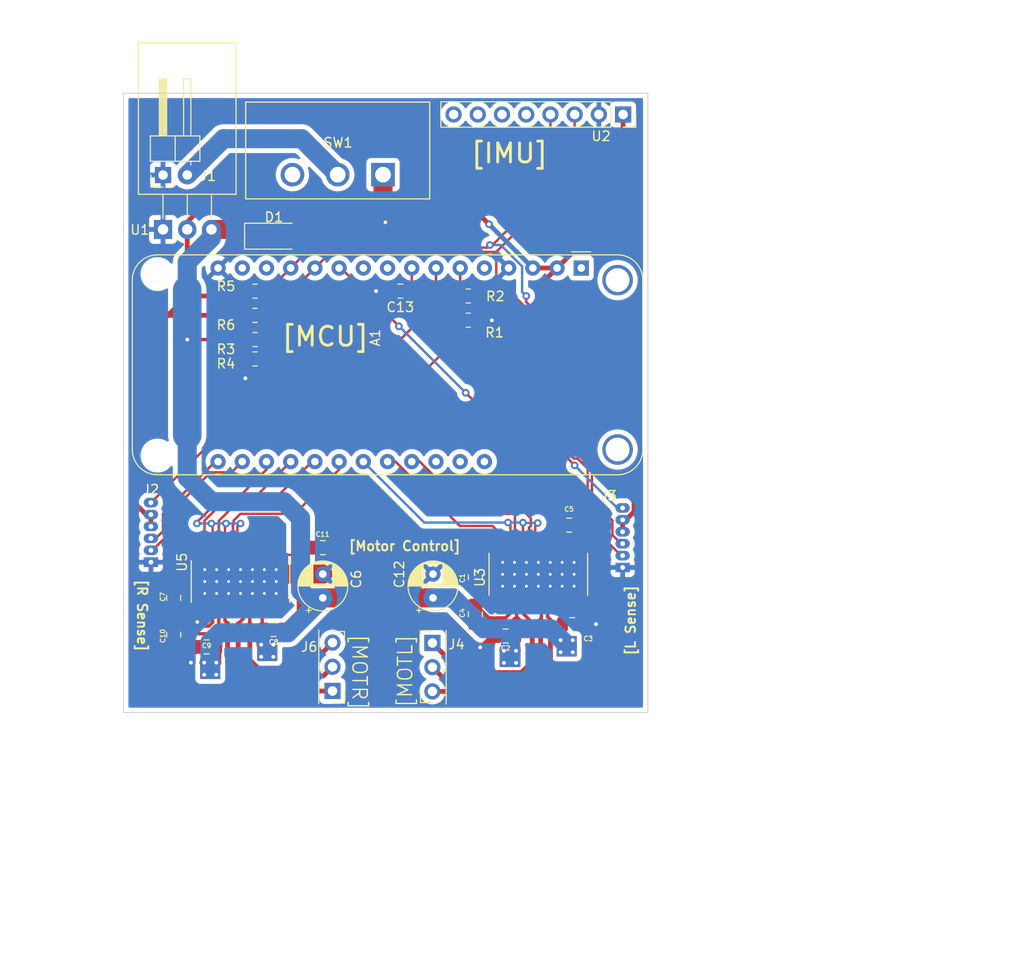
<source format=kicad_pcb>
(kicad_pcb (version 20211014) (generator pcbnew)
  (layers (0 "F.Cu" signal) (31 "B.Cu" signal) (34 "B.Paste" user) (35 "F.Paste" user) (36 "B.SilkS" user "B.Silkscreen") (37 "F.SilkS" user "F.Silkscreen") (38 "B.Mask" user) (39 "F.Mask" user) (44 "Edge.Cuts" user))
  (net 0 "")
  (net 2 "+3V3")
  (net 3 "GND")
  (net 5 "/A1")
  (net 6 "/A2")
  (net 9 "/D24")
  (net 10 "/SDA1")
  (net 11 "/SCL1")
  (net 14 "/SDA0")
  (net 15 "/SCL0")
  (net 16 "/D5")
  (net 17 "/D6")
  (net 18 "/D7")
  (net 19 "/D8")
  (net 20 "/D11")
  (net 21 "/D12")
  (net 22 "/D13")
  (net 26 "Net-(C1-Pad1)")
  (net 27 "Net-(C1-Pad2)")
  (net 28 "+BATT")
  (net 29 "Net-(C4-Pad1)")
  (net 30 "Net-(C5-Pad1)")
  (net 31 "Net-(C7-Pad1)")
  (net 32 "Net-(C7-Pad2)")
  (net 33 "Net-(C10-Pad1)")
  (net 34 "Net-(C11-Pad1)")
  (net 41 "/ml3")
  (net 42 "/ml2")
  (net 43 "/ml1")
  (net 44 "/mr2")
  (net 45 "/mr1")
  (net 46 "/mr3")
  (net 52 "/Bat+ Post Switch")
  (net 53 "/Bat+ Raw")
  (net 54 "/A3")
  (footprint "Capacitor_SMD:C_0805_2012Metric_Pad1.18x1.45mm_HandSolder" (layer "F.Cu") (at 146.73583 105.33211)
    (fp_text reference "C5")
    (fp_text value ".47uF")
  )
  (footprint "Capacitor_THT:CP_Radial_D5.0mm_P2.50mm" (layer "F.Cu") (at 132.459504 112.965113 90)
    (fp_text reference "C12")
    (fp_text value "10uF")
  )
  (footprint "Capacitor_SMD:C_0805_2012Metric_Pad1.18x1.45mm_HandSolder" (layer "F.Cu") (at 108.712 118.11)
    (fp_text reference "C9")
    (fp_text value ".1uF")
  )
  (footprint "Connector:JST MX x6" (layer "F.Cu") (at 102.87 109.22 180)
    (fp_text reference "J2")
    (fp_text value "MOTR_SENS")
  )
  (footprint "Resistor_SMD:R_0805_2012Metric_Pad1.20x1.40mm_HandSolder" (layer "F.Cu") (at 136.16 83.82 180)
    (fp_text reference "R1")
    (fp_text value "R1K")
  )
  (footprint "Sensor_Motion:MPU6050_Breakout_8pin_2.54mm" (layer "F.Cu") (at 152.4 62.23 -90)
    (fp_text reference "U2")
    (fp_text value "MPU-6050-Breakout")
  )
  (footprint "Capacitor_SMD:C_0805_2012Metric_Pad1.18x1.45mm_HandSolder" (layer "F.Cu") (at 140.081 116.967)
    (fp_text reference "C2")
    (fp_text value ".1uF")
  )
  (footprint "Capacitor_THT:CP_Radial_D5.0mm_P2.50mm" (layer "F.Cu") (at 120.904 112.965113 90)
    (fp_text reference "C6")
    (fp_text value "10uF")
  )
  (footprint "Capacitor_SMD:C_0805_2012Metric_Pad1.18x1.45mm_HandSolder" (layer "F.Cu") (at 147.066 115.7732 180)
    (fp_text reference "C3")
    (fp_text value ".1uF")
  )
  (footprint "Connector_PinHeader_2.54mm:PinHeader_1x02_P2.54mm_Horizontal" (layer "F.Cu") (at 104.14 68.58 90)
    (fp_text reference "J1")
    (fp_text value "Battery")
  )
  (footprint "Capacitor_SMD:C_0805_2012Metric_Pad1.18x1.45mm_HandSolder" (layer "F.Cu") (at 105.2576 116.84 -90)
    (fp_text reference "C10")
    (fp_text value ".1uF")
  )
  (footprint "Connector_PinHeader_2.54mm:PinHeader_1x03_P2.54mm_Horizontal" (layer "F.Cu") (at 132.399215 117.700478)
    (fp_text reference "J4")
    (fp_text value "MOTL")
  )
  (footprint "Resistor_SMD:R_0805_2012Metric_Pad1.20x1.40mm_HandSolder" (layer "F.Cu") (at 136.16 81.28 180)
    (fp_text reference "R2")
    (fp_text value "R1K")
  )
  (footprint "Capacitor_SMD:C_0805_2012Metric_Pad1.18x1.45mm_HandSolder" (layer "F.Cu") (at 115.7224 116.2812 180)
    (fp_text reference "C8")
    (fp_text value ".1uF")
  )
  (footprint "Connector:JST MX x6" (layer "F.Cu") (at 152.352665 109.773443 180)
    (fp_text reference "J3")
    (fp_text value "MOTL_SENS")
  )
  (footprint "downloaded:IC_TPS61196PWPRQ1" (layer "F.Cu") (at 112.268 111.252 90)
    (fp_text reference "U5")
    (fp_text value "DRV8313PWP")
  )
  (footprint "Capacitor_SMD:C_0805_2012Metric_Pad1.18x1.45mm_HandSolder" (layer "F.Cu") (at 105.2576 112.9792 -90)
    (fp_text reference "C7")
    (fp_text value ".01uF")
  )
  (footprint "Resistor_SMD:R_0805_2012Metric_Pad1.20x1.40mm_HandSolder" (layer "F.Cu") (at 113.792 85.852)
    (fp_text reference "R3")
    (fp_text value "1M")
  )
  (footprint "Connector_PinHeader_2.54mm:PinHeader_1x03_P2.54mm_Horizontal" (layer "F.Cu") (at 121.92 122.738408 180)
    (fp_text reference "J6")
    (fp_text value "MOTR")
  )
  (footprint "downloaded:SW_L102021ML04Q" (layer "F.Cu") (at 122.465471 68.548518 180)
    (fp_text reference "SW1")
    (fp_text value "SW_SPDT")
  )
  (footprint "Diode_SMD:D_SOD-128" (layer "F.Cu") (at 115.776732 75.003589)
    (fp_text reference "D1")
    (fp_text value "DSchottky")
  )
  (footprint "Capacitor_SMD:C_0805_2012Metric_Pad1.18x1.45mm_HandSolder" (layer "F.Cu") (at 129.032 80.772 180)
    (fp_text reference "C13")
    (fp_text value ".1uF")
  )
  (footprint "Resistor_SMD:R_0805_2012Metric_Pad1.20x1.40mm_HandSolder" (layer "F.Cu") (at 113.792 87.884 180)
    (fp_text reference "R4")
    (fp_text value "500K")
  )
  (footprint "downloaded:IC_TPS61196PWPRQ1" (layer "F.Cu") (at 143.51 110.49 90)
    (fp_text reference "U3")
    (fp_text value "DRV8313PWP")
  )
  (footprint "Resistor_SMD:R_0805_2012Metric_Pad1.20x1.40mm_HandSolder" (layer "F.Cu") (at 113.792 80.772)
    (fp_text reference "R5")
    (fp_text value "R10K")
  )
  (footprint "Capacitor_SMD:C_0805_2012Metric_Pad1.18x1.45mm_HandSolder" (layer "F.Cu") (at 120.904 107.696)
    (fp_text reference "C11")
    (fp_text value ".47uF")
  )
  (footprint "Module:Adafruit_Feather_M0_Wifi_WithMountingHoles" (layer "F.Cu") (at 148.013508 78.343477 -90)
    (fp_text reference "A1")
    (fp_text value "Adafruit_Feather_M0_Express")
  )
  (footprint "Capacitor_SMD:C_0805_2012Metric_Pad1.18x1.45mm_HandSolder" (layer "F.Cu") (at 136.906 110.7948 -90)
    (fp_text reference "C1")
    (fp_text value ".01uF")
  )
  (footprint "Capacitor_SMD:C_0805_2012Metric_Pad1.18x1.45mm_HandSolder" (layer "F.Cu") (at 136.906 114.681 -90)
    (fp_text reference "C4")
    (fp_text value ".1uF")
  )
  (footprint "Resistor_SMD:R_0805_2012Metric_Pad1.20x1.40mm_HandSolder" (layer "F.Cu") (at 113.792 83.312)
    (fp_text reference "R6")
    (fp_text value "R10K")
  )
  (footprint "Package_TO_SOT_THT:TO-220-3_Horizontal_TabDown" (layer "F.Cu") (at 104.14 74.295)
    (fp_text reference "U1")
    (fp_text value "LD33V")
  )
  (gr_rect locked (start 100 60) (end 155 125) (layer "Edge.Cuts") (width 0.1) (fill none))
  (gr_text "[Motor Control]\n" (at 129.490504 107.530626) (layer "F.SilkS") (effects (font (size 1 1) (thickness 0.2))))
  (gr_text "[L Sense]" (at 153.193174 115.329287 90) (layer "F.SilkS") (effects (font (size 1 1) (thickness 0.2))))
  (gr_text "[IMU]" (at 140.487492 66.302876) (layer "F.SilkS") (effects (font (size 2 2) (thickness 0.3))))
  (gr_text "[R Sense]" (at 101.949365 114.812853 270) (layer "F.SilkS") (effects (font (size 1 1) (thickness 0.2))))
  (gr_text "[MCU]\n" (at 121.166091 85.536651) (layer "F.SilkS") (effects (font (size 2 2) (thickness 0.3))))
  (segment (start 106.68 73.5125) (end 109.0725 71.12) (width 0.5) (layer "F.Cu") (net 2))
  (segment (start 102.87 104.22) (end 102.37 104.22) (width 0.5) (layer "F.Cu") (net 2))
  (segment (start 112.792 81.28) (end 106.68 81.28) (width 0.5) (layer "F.Cu") (net 2))
  (segment (start 101.186535 86.773465) (end 104.648 83.312) (width 0.5) (layer "F.Cu") (net 2))
  (segment (start 106.68 81.28) (end 106.68 74.295) (width 0.5) (layer "F.Cu") (net 2))
  (segment (start 123.19 71.12) (end 124.856019 69.453981) (width 0.5) (layer "F.Cu") (net 2))
  (segment (start 125.948494 66.04) (end 130.63003 66.04) (width 0.5) (layer "F.Cu") (net 2))
  (segment (start 152.695489 104.773443) (end 153.552185 103.916747) (width 0.5) (layer "F.Cu") (net 2))
  (segment (start 152.352665 104.773443) (end 152.352665 106.023443) (width 0.5) (layer "F.Cu") (net 2))
  (segment (start 105.156 83.312) (end 104.902 83.058) (width 0.5) (layer "F.Cu") (net 2))
  (segment (start 143.51 80.306985) (end 145.473508 78.343477) (width 0.5) (layer "F.Cu") (net 2))
  (segment (start 143.51 92.777175) (end 143.51 80.306985) (width 0.5) (layer "F.Cu") (net 2))
  (segment (start 151.852665 104.773443) (end 152.695489 104.773443) (width 0.5) (layer "F.Cu") (net 2))
  (segment (start 105.156 83.312) (end 104.648 83.312) (width 0.5) (layer "F.Cu") (net 2))
  (segment (start 152.4 62.23) (end 152.4 71.416985) (width 0.5) (layer "F.Cu") (net 2))
  (segment (start 112.792 83.312) (end 105.156 83.312) (width 0.5) (layer "F.Cu") (net 2))
  (segment (start 101.186535 103.036535) (end 101.186535 86.773465) (width 0.5) (layer "F.Cu") (net 2))
  (segment (start 124.856019 69.453981) (end 124.856019 67.132475) (width 0.5) (layer "F.Cu") (net 2))
  (segment (start 106.68 74.295) (end 106.68 73.5125) (width 0.5) (layer "F.Cu") (net 2))
  (segment (start 152.352665 104.773443) (end 151.852665 104.773443) (width 0.25) (layer "F.Cu") (net 2))
  (segment (start 104.648 83.312) (end 104.902 83.058) (width 0.5) (layer "F.Cu") (net 2))
  (segment (start 102.87 105.47) (end 102.87 104.22) (width 0.5) (layer "F.Cu") (net 2))
  (segment (start 109.0725 71.12) (end 123.19 71.12) (width 0.5) (layer "F.Cu") (net 2))
  (segment (start 145.473508 78.343477) (end 142.933508 78.343477) (width 0.5) (layer "F.Cu") (net 2))
  (segment (start 124.856019 67.132475) (end 125.948494 66.04) (width 0.5) (layer "F.Cu") (net 2))
  (segment (start 130.63003 66.04) (end 138.340015 73.749985) (width 0.5) (layer "F.Cu") (net 2))
  (segment (start 153.552185 102.81936) (end 143.51 92.777175) (width 0.5) (layer "F.Cu") (net 2))
  (segment (start 153.552185 103.916747) (end 153.552185 102.81936) (width 0.5) (layer "F.Cu") (net 2))
  (segment (start 152.4 71.416985) (end 145.473508 78.343477) (width 0.5) (layer "F.Cu") (net 2))
  (segment (start 104.902 83.058) (end 106.68 81.28) (width 0.5) (layer "F.Cu") (net 2))
  (segment (start 102.37 104.22) (end 101.186535 103.036535) (width 0.5) (layer "F.Cu") (net 2))
  (via (at 138.340015 73.749985) (size 0.8) (drill 0.4) (layers "F.Cu" "B.Cu") (net 2))
  (segment (start 142.933508 78.343477) (end 138.340015 73.749985) (width 0.5) (layer "B.Cu") (net 2))
  (segment (start 145.135 112.115) (end 143.51 110.49) (width 0.25) (layer "F.Cu") (net 3))
  (segment (start 107.061 118.7235) (end 107.061 119.761) (width 1) (layer "F.Cu") (net 3))
  (segment (start 147.735 113.29) (end 147.735 112.215) (width 0.25) (layer "F.Cu") (net 3))
  (segment (start 143.185 112.065) (end 143.51 111.74) (width 0.25) (layer "F.Cu") (net 3))
  (segment (start 112.776 89.916) (end 112.776 87.9055) (width 0.35) (layer "F.Cu") (net 3))
  (segment (start 111.943 112.827) (end 112.268 112.502) (width 0.25) (layer "F.Cu") (net 3))
  (segment (start 138.633322 83.828599) (end 137.168599 83.828599) (width 0.25) (layer "F.Cu") (net 3))
  (segment (start 120.904 108.7335) (end 120.904 110.465113) (width 0.25) (layer "F.Cu") (net 3))
  (segment (start 137.8497 118.1608) (end 137.414 118.1608) (width 1) (layer "F.Cu") (net 3))
  (segment (start 111.943 114.052) (end 111.943 112.827) (width 0.25) (layer "F.Cu") (net 3))
  (segment (start 139.285 108.74) (end 141.035 110.49) (width 0.25) (layer "F.Cu") (net 3))
  (segment (start 147.085 113.29) (end 147.085 111.915) (width 0.25) (layer "F.Cu") (net 3))
  (segment (start 113.243 108.452) (end 113.244331 109.991687) (width 0.25) (layer "F.Cu") (net 3))
  (segment (start 141.035 110.49) (end 143.51 110.49) (width 0.25) (layer "F.Cu") (net 3))
  (segment (start 143.185 113.29) (end 143.185 112.065) (width 0.25) (layer "F.Cu") (net 3))
  (segment (start 142.535 113.29) (end 142.535 112.015) (width 0.25) (layer "F.Cu") (net 3))
  (segment (start 117.6528 116.2812) (end 118.6688 115.2652) (width 1) (layer "F.Cu") (net 3))
  (segment (start 147.77333 105.33211) (end 148.225493 105.784273) (width 0.25) (layer "F.Cu") (net 3))
  (segment (start 116.493 114.052) (end 116.505015 112.467816) (width 0.25) (layer "F.Cu") (net 3))
  (segment (start 142.535 112.015) (end 142.26 111.74) (width 0.25) (layer "F.Cu") (net 3))
  (segment (start 149.5044 115.7732) (end 149.5552 115.7224) (width 1) (layer "F.Cu") (net 3))
  (segment (start 108.043 108.452) (end 108.051446 109.883823) (width 0.25) (layer "F.Cu") (net 3))
  (segment (start 137.16 83.82) (end 137.16 81.28) (width 0.25) (layer "F.Cu") (net 3))
  (segment (start 144.685 110.49) (end 143.51 110.49) (width 0.25) (layer "F.Cu") (net 3))
  (segment (start 139.0435 116.967) (end 137.8497 118.1608) (width 1) (layer "F.Cu") (net 3))
  (segment (start 120.904 110.465113) (end 118.593113 110.465113) (width 2) (layer "F.Cu") (net 3))
  (segment (start 148.225493 105.784273) (end 148.225493 108.924507) (width 0.25) (layer "F.Cu") (net 3))
  (segment (start 127.9945 80.772) (end 126.492 80.772) (width 0.35) (layer "F.Cu") (net 3))
  (segment (start 144.485 109.515) (end 143.51 110.49) (width 0.25) (layer "F.Cu") (net 3))
  (segment (start 146.66 110.49) (end 143.51 110.49) (width 0.25) (layer "F.Cu") (net 3))
  (segment (start 111.293 112.777) (end 111.018 112.502) (width 0.25) (layer "F.Cu") (net 3))
  (segment (start 118.593113 110.465113) (end 113.054887 110.465113) (width 2) (layer "F.Cu") (net 3))
  (segment (start 107.6745 118.11) (end 107.061 118.7235) (width 1) (layer "F.Cu") (net 3))
  (segment (start 139.285 107.69) (end 139.285 108.74) (width 0.25) (layer "F.Cu") (net 3))
  (segment (start 148.1035 115.7732) (end 149.5044 115.7732) (width 1) (layer "F.Cu") (net 3))
  (segment (start 146.435 112.24) (end 144.685 110.49) (width 0.25) (layer "F.Cu") (net 3))
  (segment (start 144.485 107.69) (end 144.485 109.515) (width 0.25) (layer "F.Cu") (net 3))
  (segment (start 145.135 113.29) (end 145.135 112.115) (width 0.25) (layer "F.Cu") (net 3))
  (segment (start 121.9415 107.696) (end 120.904 108.7335) (width 0.25) (layer "F.Cu") (net 3))
  (segment (start 113.893 114.052) (end 113.893163 112.452407) (width 0.35) (layer "F.Cu") (net 3))
  (segment (start 147.085 111.915) (end 147.26 111.74) (width 0.25) (layer "F.Cu") (net 3))
  (segment (start 118.6688 110.5408) (end 118.593113 110.465113) (width 1) (layer "F.Cu") (net 3))
  (segment (start 148.225493 108.924507) (end 146.66 110.49) (width 0.25) (layer "F.Cu") (net 3))
  (segment (start 146.435 113.29) (end 146.435 112.24) (width 0.25) (layer "F.Cu") (net 3))
  (segment (start 116.7599 116.2812) (end 117.6528 116.2812) (width 1) (layer "F.Cu") (net 3))
  (segment (start 115.843 114.052) (end 115.834717 112.506339) (width 0.25) (layer "F.Cu") (net 3))
  (segment (start 118.6688 115.2652) (end 118.6688 110.5408) (width 1) (layer "F.Cu") (net 3))
  (segment (start 137.168599 83.828599) (end 137.16 83.82) (width 0.25) (layer "F.Cu") (net 3))
  (segment (start 147.735 112.215) (end 147.26 111.74) (width 0.25) (layer "F.Cu") (net 3))
  (segment (start 111.293 114.052) (end 111.293 112.777) (width 0.25) (layer "F.Cu") (net 3))
  (segment (start 113.054887 110.465113) (end 112.268 111.252) (width 0.25) (layer "F.Cu") (net 3))
  (segment (start 115.193 114.052) (end 115.202941 112.352248) (width 0.25) (layer "F.Cu") (net 3))
  (via (at 126.492 80.772) (size 0.8) (drill 0.4) (layers "F.Cu" "B.Cu") (net 3))
  (via (at 112.776 89.916) (size 0.8) (drill 0.4) (layers "F.Cu" "B.Cu") (net 3))
  (via (at 138.633322 83.828599) (size 0.8) (drill 0.4) (layers "F.Cu" "B.Cu") (net 3))
  (via (at 149.5552 115.7224) (size 0.8) (drill 0.4) (layers "F.Cu" "B.Cu") (net 3))
  (via (at 107.061 119.761) (size 0.8) (drill 0.4) (layers "F.Cu" "B.Cu") (net 3))
  (via (at 137.414 118.1608) (size 0.8) (drill 0.4) (layers "F.Cu" "B.Cu") (net 3))
  (segment (start 135.313508 81.126492) (end 135.313508 78.343477) (width 0.25) (layer "F.Cu") (net 5))
  (segment (start 136.08452 82.20452) (end 135.16 81.28) (width 0.25) (layer "F.Cu") (net 5))
  (segment (start 136.08452 87.82452) (end 136.08452 82.20452) (width 0.25) (layer "F.Cu") (net 5))
  (segment (start 147.32 99.06) (end 136.08452 87.82452) (width 0.25) (layer "F.Cu") (net 5))
  (segment (start 135.16 81.28) (end 135.313508 81.126492) (width 0.25) (layer "F.Cu") (net 5))
  (via (at 147.32 99.06) (size 0.8) (drill 0.4) (layers "F.Cu" "B.Cu") (net 5))
  (segment (start 152.352665 103.523443) (end 151.783443 103.523443) (width 0.25) (layer "B.Cu") (net 5))
  (segment (start 151.783443 103.523443) (end 147.32 99.06) (width 0.25) (layer "B.Cu") (net 5))
  (segment (start 135.16 85.574614) (end 135.16 83.82) (width 0.25) (layer "F.Cu") (net 6))
  (segment (start 135.16 83.82) (end 132.773508 81.433508) (width 0.25) (layer "F.Cu") (net 6))
  (segment (start 102.87 102.97) (end 113.384 92.456) (width 0.25) (layer "F.Cu") (net 6))
  (segment (start 113.384 92.456) (end 128.278614 92.456) (width 0.25) (layer "F.Cu") (net 6))
  (segment (start 132.773508 81.433508) (end 132.773508 78.343477) (width 0.25) (layer "F.Cu") (net 6))
  (segment (start 128.278614 92.456) (end 135.16 85.574614) (width 0.25) (layer "F.Cu") (net 6))
  (segment (start 142.725941 104.625941) (end 142.24 104.14) (width 0.25) (layer "F.Cu") (net 9))
  (segment (start 122.793477 78.343477) (end 122.613508 78.343477) (width 0.25) (layer "F.Cu") (net 9))
  (segment (start 142.535 105.598574) (end 142.725941 105.407633) (width 0.25) (layer "F.Cu") (net 9))
  (segment (start 142.24 97.79) (end 135.89 91.44) (width 0.25) (layer "F.Cu") (net 9))
  (segment (start 128.881545 84.431545) (end 122.793477 78.343477) (width 0.25) (layer "F.Cu") (net 9))
  (segment (start 142.535 107.69) (end 142.535 105.598574) (width 0.25) (layer "F.Cu") (net 9))
  (segment (start 128.881545 84.462887) (end 128.881545 84.431545) (width 0.25) (layer "F.Cu") (net 9))
  (segment (start 142.725941 105.407633) (end 142.725941 104.625941) (width 0.25) (layer "F.Cu") (net 9))
  (segment (start 142.24 104.14) (end 142.24 97.79) (width 0.25) (layer "F.Cu") (net 9))
  (via (at 135.89 91.44) (size 0.8) (drill 0.4) (layers "F.Cu" "B.Cu") (net 9))
  (via (at 128.881545 84.462887) (size 0.8) (drill 0.4) (layers "F.Cu" "B.Cu") (net 9))
  (segment (start 128.912887 84.462887) (end 135.89 91.44) (width 0.25) (layer "B.Cu") (net 9))
  (segment (start 128.881545 84.462887) (end 128.912887 84.462887) (width 0.25) (layer "B.Cu") (net 9))
  (segment (start 151.278145 104.834641) (end 151.278145 106.36497) (width 0.25) (layer "F.Cu") (net 10))
  (segment (start 144.78 69.85) (end 144.78 62.23) (width 0.25) (layer "F.Cu") (net 10))
  (segment (start 147.417405 97.885969) (end 147.8063 97.885969) (width 0.25) (layer "F.Cu") (net 10))
  (segment (start 138.43 75.926914) (end 138.703086 75.926914) (width 0.25) (layer "F.Cu") (net 10))
  (segment (start 152.186618 107.273443) (end 152.352665 107.273443) (width 0.25) (layer "F.Cu") (net 10))
  (segment (start 147.8063 97.885969) (end 149.13487 99.214539) (width 0.25) (layer "F.Cu") (net 10))
  (segment (start 142.68952 82.363803) (end 142.68952 93.158084) (width 0.25) (layer "F.Cu") (net 10))
  (segment (start 151.278145 106.36497) (end 152.186618 107.273443) (width 0.25) (layer "F.Cu") (net 10))
  (segment (start 114.792 81.28) (end 114.792 81.084985) (width 0.25) (layer "F.Cu") (net 10))
  (segment (start 142.24 81.28) (end 142.24 81.914282) (width 0.25) (layer "F.Cu") (net 10))
  (segment (start 142.68952 93.158084) (end 147.417405 97.885969) (width 0.25) (layer "F.Cu") (net 10))
  (segment (start 138.43 75.926914) (end 138.156914 76.2) (width 0.25) (layer "F.Cu") (net 10))
  (segment (start 138.703086 75.926914) (end 144.78 69.85) (width 0.25) (layer "F.Cu") (net 10))
  (segment (start 142.24 81.914282) (end 142.68952 82.363803) (width 0.25) (layer "F.Cu") (net 10))
  (segment (start 149.13487 102.691366) (end 151.278145 104.834641) (width 0.25) (layer "F.Cu") (net 10))
  (segment (start 138.156914 76.2) (end 119.676985 76.2) (width 0.25) (layer "F.Cu") (net 10))
  (segment (start 119.676985 76.2) (end 117.533508 78.343477) (width 0.25) (layer "F.Cu") (net 10))
  (segment (start 114.792 81.084985) (end 117.533508 78.343477) (width 0.25) (layer "F.Cu") (net 10))
  (segment (start 149.13487 99.214539) (end 149.13487 102.691366) (width 0.25) (layer "F.Cu") (net 10))
  (via (at 142.24 81.28) (size 0.8) (drill 0.4) (layers "F.Cu" "B.Cu") (net 10))
  (via (at 138.43 75.926914) (size 0.8) (drill 0.4) (layers "F.Cu" "B.Cu") (net 10))
  (segment (start 139.567245 75.926914) (end 141.808997 78.168666) (width 0.25) (layer "B.Cu") (net 10))
  (segment (start 141.808997 78.168666) (end 141.808997 80.848997) (width 0.25) (layer "B.Cu") (net 10))
  (segment (start 138.43 75.926914) (end 139.567245 75.926914) (width 0.25) (layer "B.Cu") (net 10))
  (segment (start 141.808997 80.848997) (end 142.24 81.28) (width 0.25) (layer "B.Cu") (net 10))
  (segment (start 135.500829 76.64952) (end 135.502723 76.651414) (width 0.25) (layer "F.Cu") (net 11))
  (segment (start 139.09927 76.651414) (end 139.09927 79.399118) (width 0.25) (layer "F.Cu") (net 11))
  (segment (start 152.186618 108.523443) (end 152.352665 108.523443) (width 0.25) (layer "F.Cu") (net 11))
  (segment (start 148.68535 99.400736) (end 148.68535 102.96535) (width 0.25) (layer "F.Cu") (net 11))
  (segment (start 139.09927 79.399118) (end 139.094194 79.404194) (width 0.25) (layer "F.Cu") (net 11))
  (segment (start 114.792 83.312) (end 115.104985 83.312) (width 0.25) (layer "F.Cu") (net 11))
  (segment (start 147.620103 98.335489) (end 148.68535 99.400736) (width 0.25) (layer "F.Cu") (net 11))
  (segment (start 148.68535 102.96535) (end 150.828625 105.108625) (width 0.25) (layer "F.Cu") (net 11))
  (segment (start 115.104985 83.312) (end 120.073508 78.343477) (width 0.25) (layer "F.Cu") (net 11))
  (segment (start 139.094194 79.404194) (end 142.24 82.55) (width 0.25) (layer "F.Cu") (net 11))
  (segment (start 147.32 68.430684) (end 139.09927 76.651414) (width 0.25) (layer "F.Cu") (net 11))
  (segment (start 150.828625 105.108625) (end 150.828625 107.16545) (width 0.25) (layer "F.Cu") (net 11))
  (segment (start 135.502723 76.651414) (end 139.09927 76.651414) (width 0.25) (layer "F.Cu") (net 11))
  (segment (start 121.767465 76.64952) (end 120.073508 78.343477) (width 0.25) (layer "F.Cu") (net 11))
  (segment (start 150.828625 107.16545) (end 152.186618 108.523443) (width 0.25) (layer "F.Cu") (net 11))
  (segment (start 142.24 93.344282) (end 147.231207 98.335489) (width 0.25) (layer "F.Cu") (net 11))
  (segment (start 147.32 62.23) (end 147.32 68.430684) (width 0.25) (layer "F.Cu") (net 11))
  (segment (start 147.231207 98.335489) (end 147.620103 98.335489) (width 0.25) (layer "F.Cu") (net 11))
  (segment (start 121.767465 76.64952) (end 135.500829 76.64952) (width 0.25) (layer "F.Cu") (net 11))
  (segment (start 142.24 82.55) (end 142.24 93.344282) (width 0.25) (layer "F.Cu") (net 11))
  (segment (start 104.14 105.95) (end 104.14 104.14) (width 0.25) (layer "F.Cu") (net 14))
  (segment (start 109.616523 98.663477) (end 109.913508 98.663477) (width 0.25) (layer "F.Cu") (net 14))
  (segment (start 103.37 106.72) (end 104.14 105.95) (width 0.25) (layer "F.Cu") (net 14))
  (segment (start 102.87 106.72) (end 103.37 106.72) (width 0.25) (layer "F.Cu") (net 14))
  (segment (start 104.14 104.14) (end 109.616523 98.663477) (width 0.25) (layer "F.Cu") (net 14))
  (segment (start 103.036047 107.97) (end 104.58952 106.416527) (width 0.25) (layer "F.Cu") (net 15))
  (segment (start 104.58952 106.416527) (end 104.58952 104.326198) (width 0.25) (layer "F.Cu") (net 15))
  (segment (start 104.58952 104.326198) (end 109.12773 99.787988) (width 0.25) (layer "F.Cu") (net 15))
  (segment (start 111.328997 99.787988) (end 112.453508 98.663477) (width 0.25) (layer "F.Cu") (net 15))
  (segment (start 102.87 107.97) (end 103.036047 107.97) (width 0.25) (layer "F.Cu") (net 15))
  (segment (start 109.12773 99.787988) (end 111.328997 99.787988) (width 0.25) (layer "F.Cu") (net 15))
  (segment (start 109.343 108.452) (end 109.343 105.279) (width 0.25) (layer "F.Cu") (net 16))
  (segment (start 114.993508 99.489992) (end 114.993508 98.663477) (width 0.25) (layer "F.Cu") (net 16))
  (segment (start 110.643 105.257) (end 110.744 105.156) (width 0.25) (layer "F.Cu") (net 16))
  (segment (start 110.041188 102.67448) (end 111.80902 102.67448) (width 0.25) (layer "F.Cu") (net 16))
  (segment (start 109.343 105.279) (end 109.22 105.156) (width 0.25) (layer "F.Cu") (net 16))
  (segment (start 107.696 105.019668) (end 110.041188 102.67448) (width 0.25) (layer "F.Cu") (net 16))
  (segment (start 111.943 105.481) (end 112.268 105.156) (width 0.25) (layer "F.Cu") (net 16))
  (segment (start 111.943 108.452) (end 111.943 105.481) (width 0.25) (layer "F.Cu") (net 16))
  (segment (start 107.696 105.156) (end 107.696 105.019668) (width 0.25) (layer "F.Cu") (net 16))
  (segment (start 111.80902 102.67448) (end 114.993508 99.489992) (width 0.25) (layer "F.Cu") (net 16))
  (segment (start 110.643 108.452) (end 110.643 105.257) (width 0.25) (layer "F.Cu") (net 16))
  (via (at 110.744 105.156) (size 0.8) (drill 0.4) (layers "F.Cu" "B.Cu") (net 16))
  (via (at 107.696 105.156) (size 0.8) (drill 0.4) (layers "F.Cu" "B.Cu") (net 16))
  (via (at 112.268 105.156) (size 0.8) (drill 0.4) (layers "F.Cu" "B.Cu") (net 16))
  (via (at 109.22 105.156) (size 0.8) (drill 0.4) (layers "F.Cu" "B.Cu") (net 16))
  (segment (start 107.696 105.156) (end 109.22 105.156) (width 0.25) (layer "B.Cu") (net 16))
  (segment (start 109.22 105.156) (end 110.744 105.156) (width 0.25) (layer "B.Cu") (net 16))
  (segment (start 110.744 105.156) (end 112.268 105.156) (width 0.25) (layer "B.Cu") (net 16))
  (segment (start 108.693 108.452) (end 108.693 107.402) (width 0.25) (layer "F.Cu") (net 17))
  (segment (start 108.495489 104.855897) (end 110.227386 103.124) (width 0.25) (layer "F.Cu") (net 17))
  (segment (start 108.693 107.402) (end 108.495489 107.204489) (width 0.25) (layer "F.Cu") (net 17))
  (segment (start 113.072985 103.124) (end 117.533508 98.663477) (width 0.25) (layer "F.Cu") (net 17))
  (segment (start 110.227386 103.124) (end 113.072985 103.124) (width 0.25) (layer "F.Cu") (net 17))
  (segment (start 108.495489 107.204489) (end 108.495489 104.855897) (width 0.25) (layer "F.Cu") (net 17))
  (segment (start 114.818109 103.621891) (end 111.253495 103.621891) (width 0.25) (layer "F.Cu") (net 18))
  (segment (start 119.482504 98.957496) (end 114.818109 103.621891) (width 0.25) (layer "F.Cu") (net 18))
  (segment (start 120.073508 98.663477) (end 119.779489 98.957496) (width 0.25) (layer "F.Cu") (net 18))
  (segment (start 109.993 104.882386) (end 109.993 108.452) (width 0.25) (layer "F.Cu") (net 18))
  (segment (start 111.253495 103.621891) (end 109.993 104.882386) (width 0.25) (layer "F.Cu") (net 18))
  (segment (start 119.779489 98.957496) (end 119.482504 98.957496) (width 0.25) (layer "F.Cu") (net 18))
  (segment (start 111.468489 105.319793) (end 111.543489 105.244793) (width 0.25) (layer "F.Cu") (net 19))
  (segment (start 111.543489 104.855897) (end 112.259386 104.14) (width 0.25) (layer "F.Cu") (net 19))
  (segment (start 111.468489 108.276511) (end 111.468489 105.319793) (width 0.25) (layer "F.Cu") (net 19))
  (segment (start 111.543489 105.244793) (end 111.543489 104.855897) (width 0.25) (layer "F.Cu") (net 19))
  (segment (start 117.9635 104.14) (end 122.613508 99.489992) (width 0.25) (layer "F.Cu") (net 19))
  (segment (start 122.613508 99.489992) (end 122.613508 98.663477) (width 0.25) (layer "F.Cu") (net 19))
  (segment (start 112.259386 104.14) (end 117.9635 104.14) (width 0.25) (layer "F.Cu") (net 19))
  (segment (start 111.293 108.452) (end 111.468489 108.276511) (width 0.25) (layer "F.Cu") (net 19))
  (segment (start 143.185 107.69) (end 143.185 105.372982) (width 0.25) (layer "F.Cu") (net 20))
  (segment (start 140.328646 105.056895) (end 140.585 105.313249) (width 0.25) (layer "F.Cu") (net 20))
  (segment (start 143.185 105.372982) (end 143.450452 105.10753) (width 0.25) (layer "F.Cu") (net 20))
  (segment (start 140.585 105.313249) (end 140.585 107.69) (width 0.25) (layer "F.Cu") (net 20))
  (segment (start 141.885 107.69) (end 141.899054 105.069054) (width 0.25) (layer "F.Cu") (net 20))
  (via (at 140.328646 105.056895) (size 0.8) (drill 0.4) (layers "F.Cu" "B.Cu") (net 20))
  (via (at 141.899054 105.069054) (size 0.8) (drill 0.4) (layers "F.Cu" "B.Cu") (net 20))
  (via (at 143.450452 105.10753) (size 0.8) (drill 0.4) (layers "F.Cu" "B.Cu") (net 20))
  (segment (start 131.546926 105.056895) (end 125.153508 98.663477) (width 0.25) (layer "B.Cu") (net 20))
  (segment (start 141.886895 105.056895) (end 141.899054 105.069054) (width 0.25) (layer "B.Cu") (net 20))
  (segment (start 141.93753 105.10753) (end 141.899054 105.069054) (width 0.25) (layer "B.Cu") (net 20))
  (segment (start 143.450452 105.10753) (end 141.93753 105.10753) (width 0.25) (layer "B.Cu") (net 20))
  (segment (start 140.328646 105.056895) (end 141.886895 105.056895) (width 0.25) (layer "B.Cu") (net 20))
  (segment (start 140.328646 105.056895) (end 131.546926 105.056895) (width 0.25) (layer "B.Cu") (net 20))
  (segment (start 138.705 105.41) (end 135.2745 105.41) (width 0.25) (layer "F.Cu") (net 21))
  (segment (start 139.935 107.69) (end 139.935 106.64) (width 0.25) (layer "F.Cu") (net 21))
  (segment (start 139.935 106.64) (end 138.705 105.41) (width 0.25) (layer "F.Cu") (net 21))
  (segment (start 128.527977 98.663477) (end 127.693508 98.663477) (width 0.25) (layer "F.Cu") (net 21))
  (segment (start 135.2745 105.41) (end 128.527977 98.663477) (width 0.25) (layer "F.Cu") (net 21))
  (segment (start 136.5445 104.14) (end 140.97 104.14) (width 0.25) (layer "F.Cu") (net 22))
  (segment (start 141.053157 106.663983) (end 141.235 106.845826) (width 0.25) (layer "F.Cu") (net 22))
  (segment (start 141.053157 104.223157) (end 141.053157 106.663983) (width 0.25) (layer "F.Cu") (net 22))
  (segment (start 130.233508 98.663477) (end 131.067977 98.663477) (width 0.25) (layer "F.Cu") (net 22))
  (segment (start 140.97 104.14) (end 141.053157 104.223157) (width 0.25) (layer "F.Cu") (net 22))
  (segment (start 141.235 106.845826) (end 141.235 107.69) (width 0.25) (layer "F.Cu") (net 22))
  (segment (start 131.067977 98.663477) (end 136.5445 104.14) (width 0.25) (layer "F.Cu") (net 22))
  (segment (start 139.285 113.29) (end 139.071 113.29) (width 0.35) (layer "F.Cu") (net 26))
  (segment (start 138.00552 110.85682) (end 136.906 109.7573) (width 0.35) (layer "F.Cu") (net 26))
  (segment (start 138.00552 112.22452) (end 138.00552 110.85682) (width 0.35) (layer "F.Cu") (net 26))
  (segment (start 139.071 113.29) (end 138.00552 112.22452) (width 0.35) (layer "F.Cu") (net 26))
  (segment (start 138.602181 113.643977) (end 136.906 111.947796) (width 0.35) (layer "F.Cu") (net 27))
  (segment (start 139.935 113.29) (end 139.935 114.319) (width 0.35) (layer "F.Cu") (net 27))
  (segment (start 139.935 114.319) (end 139.781819 114.472181) (width 0.35) (layer "F.Cu") (net 27))
  (segment (start 138.602181 114.472181) (end 138.602181 113.643977) (width 0.35) (layer "F.Cu") (net 27))
  (segment (start 136.906 111.947796) (end 136.906 111.8323) (width 0.35) (layer "F.Cu") (net 27))
  (segment (start 139.781819 114.472181) (end 138.602181 114.472181) (width 0.35) (layer "F.Cu") (net 27))
  (segment (start 109.993 114.052) (end 109.993 116.465056) (width 0.35) (layer "F.Cu") (net 28))
  (segment (start 141.1185 118.4617) (end 141.1732 118.5164) (width 1) (layer "F.Cu") (net 28))
  (segment (start 115.1636 116.7599) (end 115.1636 118.4148) (width 1) (layer "F.Cu") (net 28))
  (segment (start 114.438395 116.527705) (end 114.6849 116.2812) (width 1) (layer "F.Cu") (net 28))
  (segment (start 112.868143 74.295) (end 109.22 74.295) (width 2) (layer "F.Cu") (net 28))
  (segment (start 114.811289 116.552963) (end 114.543 116.284674) (width 0.35) (layer "F.Cu") (net 28))
  (segment (start 141.1185 116.967) (end 141.1185 117.3011) (width 1) (layer "F.Cu") (net 28))
  (segment (start 141.1185 115.4943) (end 141.235 115.3778) (width 1) (layer "F.Cu") (net 28))
  (segment (start 114.438395 117.878412) (end 114.438395 116.527705) (width 1) (layer "F.Cu") (net 28))
  (segment (start 114.6849 116.2812) (end 115.1636 116.7599) (width 1) (layer "F.Cu") (net 28))
  (segment (start 109.7495 118.11) (end 109.861056 117.998444) (width 1) (layer "F.Cu") (net 28))
  (segment (start 109.861056 117.998444) (end 109.861056 116.597) (width 1) (layer "F.Cu") (net 28))
  (segment (start 141.235 113.29) (end 141.235 115.3778) (width 0.35) (layer "F.Cu") (net 28))
  (segment (start 141.10448 115.71152) (end 139.811959 115.711519) (width 0.35) (layer "F.Cu") (net 28))
  (segment (start 109.7495 119.7395) (end 109.728 119.761) (width 1) (layer "F.Cu") (net 28))
  (segment (start 105.2576 117.8775) (end 106.4006 116.7345) (width 0.35) (layer "F.Cu") (net 28))
  (segment (start 136.912981 115.711519) (end 136.906 115.7185) (width 0.35) (layer "F.Cu") (net 28))
  (segment (start 141.1185 116.967) (end 141.1185 118.4617) (width 1) (layer "F.Cu") (net 28))
  (segment (start 106.4006 116.7345) (end 109.723556 116.7345) (width 0.35) (layer "F.Cu") (net 28))
  (segment (start 141.235 115.3778) (end 141.235 115.581) (width 0.35) (layer "F.Cu") (net 28))
  (segment (start 109.7495 118.4695) (end 108.458 119.761) (width 1) (layer "F.Cu") (net 28))
  (segment (start 141.1185 117.3011) (end 139.9032 118.5164) (width 1) (layer "F.Cu") (net 28))
  (segment (start 141.1185 116.967) (end 141.1185 115.4943) (width 1) (layer "F.Cu") (net 28))
  (segment (start 132.459504 112.965113) (end 120.904 112.965113) (width 2) (layer "F.Cu") (net 28))
  (segment (start 141.235 115.581) (end 141.10448 115.71152) (width 0.35) (layer "F.Cu") (net 28))
  (segment (start 109.7495 118.11) (end 109.7495 118.4695) (width 1) (layer "F.Cu") (net 28))
  (segment (start 139.811959 115.711519) (end 136.912981 115.711519) (width 0.35) (layer "F.Cu") (net 28))
  (segment (start 141.235 116.7235) (end 141.1185 116.84) (width 0.35) (layer "F.Cu") (net 28))
  (segment (start 113.576732 75.003589) (end 112.868143 74.295) (width 2) (layer "F.Cu") (net 28))
  (segment (start 112.792 85.852) (end 106.68 85.852) (width 0.35) (layer "F.Cu") (net 28))
  (segment (start 109.723556 116.7345) (end 109.861056 116.597) (width 0.35) (layer "F.Cu") (net 28))
  (segment (start 145.8468 117.3988) (end 145.8468 115.9549) (width 1) (layer "F.Cu") (net 28))
  (segment (start 145.785 113.29) (end 145.785 115.117027) (width 0.35) (layer "F.Cu") (net 28))
  (segment (start 120.714887 112.965113) (end 120.904 112.965113) (width 0.35) (layer "F.Cu") (net 28))
  (segment (start 109.7495 118.11) (end 109.7495 119.7395) (width 1) (layer "F.Cu") (net 28))
  (segment (start 114.543 116.284674) (end 114.543 114.052) (width 0.35) (layer "F.Cu") (net 28))
  (segment (start 145.8468 115.9549) (end 146.0285 115.7732) (width 1) (layer "F.Cu") (net 28))
  (segment (start 141.235 116.9775) (end 141.1185 117.094) (width 0.35) (layer "F.Cu") (net 28))
  (via (at 114.438395 119.148412) (size 0.8) (drill 0.4) (layers "F.Cu" "B.Cu") (net 28))
  (via (at 139.9032 118.5164) (size 0.8) (drill 0.4) (layers "F.Cu" "B.Cu") (net 28))
  (via (at 145.8468 118.6688) (size 0.8) (drill 0.4) (layers "F.Cu" "B.Cu") (net 28))
  (via (at 147.1168 117.3988) (size 0.8) (drill 0.4) (layers "F.Cu" "B.Cu") (net 28))
  (via (at 139.9032 119.7864) (size 0.8) (drill 0.4) (layers "F.Cu" "B.Cu") (net 28))
  (via (at 108.458 119.761) (size 0.8) (drill 0.4) (layers "F.Cu" "B.Cu") (net 28))
  (via (at 141.1732 118.5164) (size 0.8) (drill 0.4) (layers "F.Cu" "B.Cu") (net 28))
  (via (at 115.708395 117.878412) (size 0.8) (drill 0.4) (layers "F.Cu" "B.Cu") (net 28))
  (via (at 106.68 85.852) (size 0.8) (drill 0.4) (layers "F.Cu" "B.Cu") (net 28))
  (via (at 109.728 119.761) (size 0.8) (drill 0.4) (layers "F.Cu" "B.Cu") (net 28))
  (via (at 115.708395 119.148412) (size 0.8) (drill 0.4) (layers "F.Cu" "B.Cu") (net 28))
  (via (at 108.458 121.031) (size 0.8) (drill 0.4) (layers "F.Cu" "B.Cu") (net 28))
  (via (at 145.8468 117.3988) (size 0.8) (drill 0.4) (layers "F.Cu" "B.Cu") (net 28))
  (via (at 114.438395 117.878412) (size 0.8) (drill 0.4) (layers "F.Cu" "B.Cu") (net 28))
  (via (at 141.1732 119.7864) (size 0.8) (drill 0.4) (layers "F.Cu" "B.Cu") (net 28))
  (via (at 147.1168 118.6688) (size 0.8) (drill 0.4) (layers "F.Cu" "B.Cu") (net 28))
  (via (at 109.728 121.031) (size 0.8) (drill 0.4) (layers "F.Cu" "B.Cu") (net 28))
  (segment (start 109.05838 120.447089) (end 109.05501 120.450459) (width 2) (layer "B.Cu") (net 28))
  (segment (start 137.795 116.205) (end 134.555113 112.965113) (width 2) (layer "B.Cu") (net 28))
  (segment (start 117.239977 116.629136) (end 110.065864 116.629136) (width 2) (layer "B.Cu") (net 28))
  (segment (start 109.05838 117.63662) (end 109.05838 120.447089) (width 2) (layer "B.Cu") (net 28))
  (segment (start 119.315113 112.965113) (end 120.904 112.965113) (width 2) (layer "B.Cu") (net 28))
  (segment (start 140.589 116.205) (end 137.795 116.205) (width 2) (layer "B.Cu") (net 28))
  (segment (start 109.22 102.87) (end 116.84 102.87) (width 2) (layer "B.Cu") (net 28))
  (segment (start 106.68 80.645) (end 106.68 85.852) (width 3) (layer "B.Cu") (net 28))
  (segment (start 144.8054 116.205) (end 146.558 117.9576) (width 2) (layer "B.Cu") (net 28))
  (segment (start 140.589 116.205) (end 140.589 119.0498) (width 2) (layer "B.Cu") (net 28))
  (segment (start 110.065864 116.629136) (end 109.05838 117.63662) (width 2) (layer "B.Cu") (net 28))
  (segment (start 109.22 75.184) (end 109.22 74.295) (width 2) (layer "B.Cu") (net 28))
  (segment (start 134.555113 112.965113) (end 132.459504 112.965113) (width 2) (layer "B.Cu") (net 28))
  (segment (start 106.68 95.885) (end 106.68 100.33) (width 2) (layer "B.Cu") (net 28))
  (segment (start 118.567511 112.217511) (end 119.315113 112.965113) (width 2) (layer "B.Cu") (net 28))
  (segment (start 140.589 116.205) (end 144.8054 116.205) (width 2) (layer "B.Cu") (net 28))
  (segment (start 106.68 85.852) (end 106.68 95.885) (width 3) (layer "B.Cu") (net 28))
  (segment (start 118.567511 104.597511) (end 118.567511 112.217511) (width 2) (layer "B.Cu") (net 28))
  (segment (start 116.84 102.87) (end 118.567511 104.597511) (width 2) (layer "B.Cu") (net 28))
  (segment (start 106.68 100.33) (end 109.22 102.87) (width 2) (layer "B.Cu") (net 28))
  (segment (start 106.68 80.645) (end 106.68 77.724) (width 2) (layer "B.Cu") (net 28))
  (segment (start 120.904 112.965113) (end 117.239977 116.629136) (width 2) (layer "B.Cu") (net 28))
  (segment (start 106.68 77.724) (end 109.22 75.184) (width 2) (layer "B.Cu") (net 28))
  (segment (start 140.585 114.558) (end 140.081 115.062) (width 0.35) (layer "F.Cu") (net 29))
  (segment (start 140.081 115.062) (end 138.3245 115.062) (width 0.35) (layer "F.Cu") (net 29))
  (segment (start 138.3245 115.062) (end 136.906 113.6435) (width 0.35) (layer "F.Cu") (net 29))
  (segment (start 140.585 113.29) (end 140.585 114.558) (width 0.35) (layer "F.Cu") (net 29))
  (segment (start 145.69833 105.33211) (end 146.05 105.68378) (width 0.25) (layer "F.Cu") (net 30))
  (segment (start 146.05 106.565489) (end 147.559511 106.565489) (width 0.25) (layer "F.Cu") (net 30))
  (segment (start 147.559511 106.565489) (end 147.735 106.740978) (width 0.25) (layer "F.Cu") (net 30))
  (segment (start 146.05 105.68378) (end 146.05 106.565489) (width 0.25) (layer "F.Cu") (net 30))
  (segment (start 147.735 106.740978) (end 147.735 107.69) (width 0.25) (layer "F.Cu") (net 30))
  (segment (start 108.043 114.052) (end 107.3679 114.052) (width 0.35) (layer "F.Cu") (net 31))
  (segment (start 107.3679 114.052) (end 105.2576 111.9417) (width 0.35) (layer "F.Cu") (net 31))
  (segment (start 106.623567 115.382667) (end 105.2576 114.0167) (width 0.35) (layer "F.Cu") (net 32))
  (segment (start 108.693 114.052) (end 108.693 115.202) (width 0.35) (layer "F.Cu") (net 32))
  (segment (start 108.693 115.202) (end 108.512333 115.382667) (width 0.35) (layer "F.Cu") (net 32))
  (segment (start 108.512333 115.382667) (end 106.623567 115.382667) (width 0.35) (layer "F.Cu") (net 32))
  (segment (start 109.343 114.052) (end 109.343 115.536374) (width 0.35) (layer "F.Cu") (net 33))
  (segment (start 105.387287 115.932187) (end 105.2576 115.8025) (width 0.35) (layer "F.Cu") (net 33))
  (segment (start 109.343 115.536374) (end 108.947187 115.932187) (width 0.35) (layer "F.Cu") (net 33))
  (segment (start 108.947187 115.932187) (end 105.387287 115.932187) (width 0.35) (layer "F.Cu") (net 33))
  (segment (start 119.1105 108.452) (end 116.493 108.452) (width 0.25) (layer "F.Cu") (net 34))
  (segment (start 119.8665 107.696) (end 119.1105 108.452) (width 0.25) (layer "F.Cu") (net 34))
  (segment (start 144.47615 114.936355) (end 144.476164 114.933631) (width 0.35) (layer "F.Cu") (net 41))
  (segment (start 144.78 115.57) (end 144.78 115.240205) (width 0.35) (layer "F.Cu") (net 41))
  (segment (start 144.78 120.015) (end 142.014522 122.780478) (width 0.5) (layer "F.Cu") (net 41))
  (segment (start 144.78 115.240205) (end 144.47615 114.936355) (width 0.35) (layer "F.Cu") (net 41))
  (segment (start 144.78 115.57) (end 144.78 120.015) (width 0.5) (layer "F.Cu") (net 41))
  (segment (start 144.476164 114.933631) (end 144.485 114.924795) (width 0.35) (layer "F.Cu") (net 41))
  (segment (start 144.485 114.924795) (end 144.485 113.29) (width 0.35) (layer "F.Cu") (net 41))
  (segment (start 142.014522 122.780478) (end 132.399215 122.780478) (width 0.5) (layer "F.Cu") (net 41))
  (segment (start 133.977137 121.8184) (end 141.845908 121.8184) (width 0.5) (layer "F.Cu") (net 42))
  (segment (start 143.748963 119.915345) (end 143.748963 115.252598) (width 0.5) (layer "F.Cu") (net 42))
  (segment (start 132.399215 120.240478) (end 133.977137 121.8184) (width 0.5) (layer "F.Cu") (net 42))
  (segment (start 141.845908 121.8184) (end 143.748963 119.915345) (width 0.5) (layer "F.Cu") (net 42))
  (segment (start 143.835 113.29) (end 143.825025 115.250025) (width 0.35) (layer "F.Cu") (net 42))
  (segment (start 143.823313 115.586481) (end 143.825025 115.250025) (width 0.35) (layer "F.Cu") (net 42))
  (segment (start 143.748963 115.252598) (end 143.751858 115.249703) (width 0.5) (layer "F.Cu") (net 42))
  (segment (start 137.69792 120.01952) (end 138.4808 120.8024) (width 0.5) (layer "F.Cu") (net 43))
  (segment (start 132.399215 117.700478) (end 134.718257 120.01952) (width 0.5) (layer "F.Cu") (net 43))
  (segment (start 142.875 119.658616) (end 142.875 115.57) (width 0.5) (layer "F.Cu") (net 43))
  (segment (start 138.4808 120.8024) (end 141.731216 120.8024) (width 0.5) (layer "F.Cu") (net 43))
  (segment (start 141.885 113.29) (end 141.885 114.58) (width 0.35) (layer "F.Cu") (net 43))
  (segment (start 141.731216 120.8024) (end 142.875 119.658616) (width 0.5) (layer "F.Cu") (net 43))
  (segment (start 141.885 114.58) (end 142.875 115.57) (width 0.35) (layer "F.Cu") (net 43))
  (segment (start 134.718257 120.01952) (end 137.69792 120.01952) (width 0.5) (layer "F.Cu") (net 43))
  (segment (start 112.593 115.108096) (end 112.023868 115.677228) (width 0.35) (layer "F.Cu") (net 44))
  (segment (start 112.593 114.052) (end 112.593 115.108096) (width 0.35) (layer "F.Cu") (net 44))
  (segment (start 113.398692 121.158) (end 112.023868 119.783176) (width 0.5) (layer "F.Cu") (net 44))
  (segment (start 121.92 120.198408) (end 120.960408 121.158) (width 0.5) (layer "F.Cu") (net 44))
  (segment (start 120.960408 121.158) (end 113.398692 121.158) (width 0.5) (layer "F.Cu") (net 44))
  (segment (start 112.023868 119.783176) (end 112.023868 115.677228) (width 0.5) (layer "F.Cu") (net 44))
  (segment (start 110.643 115.376666) (end 110.910576 115.644242) (width 0.35) (layer "F.Cu") (net 45))
  (segment (start 110.643 114.052) (end 110.643 115.376666) (width 0.35) (layer "F.Cu") (net 45))
  (segment (start 121.92 122.738408) (end 113.848408 122.738408) (width 0.5) (layer "F.Cu") (net 45))
  (segment (start 110.910576 119.800576) (end 110.910576 115.644242) (width 0.5) (layer "F.Cu") (net 45))
  (segment (start 113.848408 122.738408) (end 110.910576 119.800576) (width 0.5) (layer "F.Cu") (net 45))
  (segment (start 121.92 117.658408) (end 119.233208 120.3452) (width 0.5) (layer "F.Cu") (net 46))
  (segment (start 114.118385 120.3452) (end 113.243 119.469815) (width 0.5) (layer "F.Cu") (net 46))
  (segment (start 113.243 114.052) (end 113.243 115.653853) (width 0.35) (layer "F.Cu") (net 46))
  (segment (start 113.243 115.653853) (end 113.219625 115.677228) (width 0.35) (layer "F.Cu") (net 46))
  (segment (start 113.243 119.469815) (end 113.243 115.653853) (width 0.5) (layer "F.Cu") (net 46))
  (segment (start 119.233208 120.3452) (end 114.118385 120.3452) (width 0.5) (layer "F.Cu") (net 46))
  (segment (start 125.341489 73.66) (end 119.320321 73.66) (width 2) (layer "F.Cu") (net 52))
  (segment (start 127.215471 71.786018) (end 125.341489 73.66) (width 2) (layer "F.Cu") (net 52))
  (segment (start 127.215471 68.548518) (end 127.215471 71.786018) (width 2) (layer "F.Cu") (net 52))
  (segment (start 119.320321 73.66) (end 117.976732 75.003589) (width 2) (layer "F.Cu") (net 52))
  (segment (start 110.49 64.77) (end 118.686953 64.77) (width 2) (layer "B.Cu") (net 53))
  (segment (start 106.68 68.58) (end 110.49 64.77) (width 2) (layer "B.Cu") (net 53))
  (segment (start 118.686953 64.77) (end 122.465471 68.548518) (width 2) (layer "B.Cu") (net 53))
  (segment (start 114.8295 87.884) (end 114.8295 85.8895) (width 0.25) (layer "F.Cu") (net 54))
  (segment (start 129.032 85.852) (end 130.233508 84.650492) (width 0.25) (layer "F.Cu") (net 54))
  (segment (start 114.8295 85.8895) (end 114.792 85.852) (width 0.25) (layer "F.Cu") (net 54))
  (segment (start 130.233508 84.650492) (end 130.233508 78.343477) (width 0.25) (layer "F.Cu") (net 54))
  (segment (start 114.776 87.9375) (end 114.8295 87.884) (width 0.25) (layer "F.Cu") (net 54))
  (segment (start 114.792 85.852) (end 129.032 85.852) (width 0.25) (layer "F.Cu") (net 54))
  (zone (net 28) (net_name "+BATT") (layers F&B.Cu) (name "Batt Vias") (priority 1) (connect_pads yes (clearance 0.2)) (min_thickness 0.1) (fill yes (thermal_gap 0.35) (thermal_bridge_width 0.35) (island_removal_mode 1) (island_area_min 0))
    (polygon (pts (xy 147.537204 119.114106) (xy 145.426073 119.114106) (xy 145.426074 116.969988) (xy 147.537205 116.969988)))
  )
  (zone (net 28) (net_name "+BATT") (layers F&B.Cu) (name "Batt Vias") (priority 1) (connect_pads yes (clearance 0.2)) (min_thickness 0.1) (fill yes (thermal_gap 0.35) (thermal_bridge_width 0.35) (island_removal_mode 1) (island_area_min 0))
    (polygon (pts (xy 116.128799 119.593718) (xy 114.017668 119.593718) (xy 114.017669 117.4496) (xy 116.1288 117.4496)))
  )
  (zone (net 28) (net_name "+BATT") (layers F&B.Cu) (name "Batt Vias") (priority 1) (connect_pads yes (clearance 0.2)) (min_thickness 0.1) (fill yes (thermal_gap 0.35) (thermal_bridge_width 0.35) (island_removal_mode 1) (island_area_min 0))
    (polygon (pts (xy 141.643176 120.223414) (xy 139.441333 120.223414) (xy 139.441333 118.104037) (xy 141.643176 118.104037)))
  )
  (zone (net 28) (net_name "+BATT") (layers F&B.Cu) (name "Batt Vias") (priority 1) (connect_pads yes (clearance 0.2)) (min_thickness 0.1) (fill yes (thermal_gap 0.35) (thermal_bridge_width 0.35) (island_removal_mode 1) (island_area_min 0))
    (polygon (pts (xy 110.148404 121.476306) (xy 108.037273 121.476306) (xy 108.037274 119.332188) (xy 110.148405 119.332188)))
  )
  (zone (net 3) (net_name "GND") (layer "B.Cu") (connect_pads (clearance 0.508)) (min_thickness 0.254) (fill yes (thermal_gap 0.508) (thermal_bridge_width 0.508))
    (polygon (pts (xy 163.83 132.08) (xy 90.17 132.08) (xy 91.44 53.34) (xy 163.83 53.34)))
  )
)
</source>
